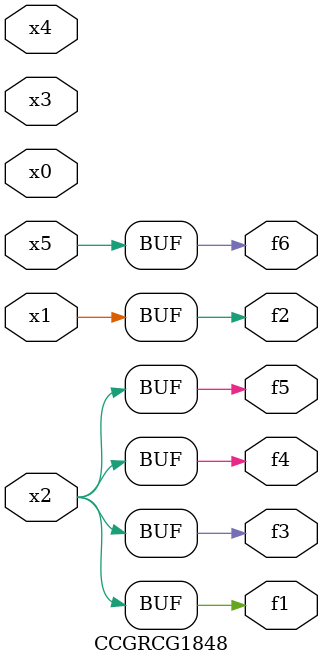
<source format=v>
module CCGRCG1848(
	input x0, x1, x2, x3, x4, x5,
	output f1, f2, f3, f4, f5, f6
);
	assign f1 = x2;
	assign f2 = x1;
	assign f3 = x2;
	assign f4 = x2;
	assign f5 = x2;
	assign f6 = x5;
endmodule

</source>
